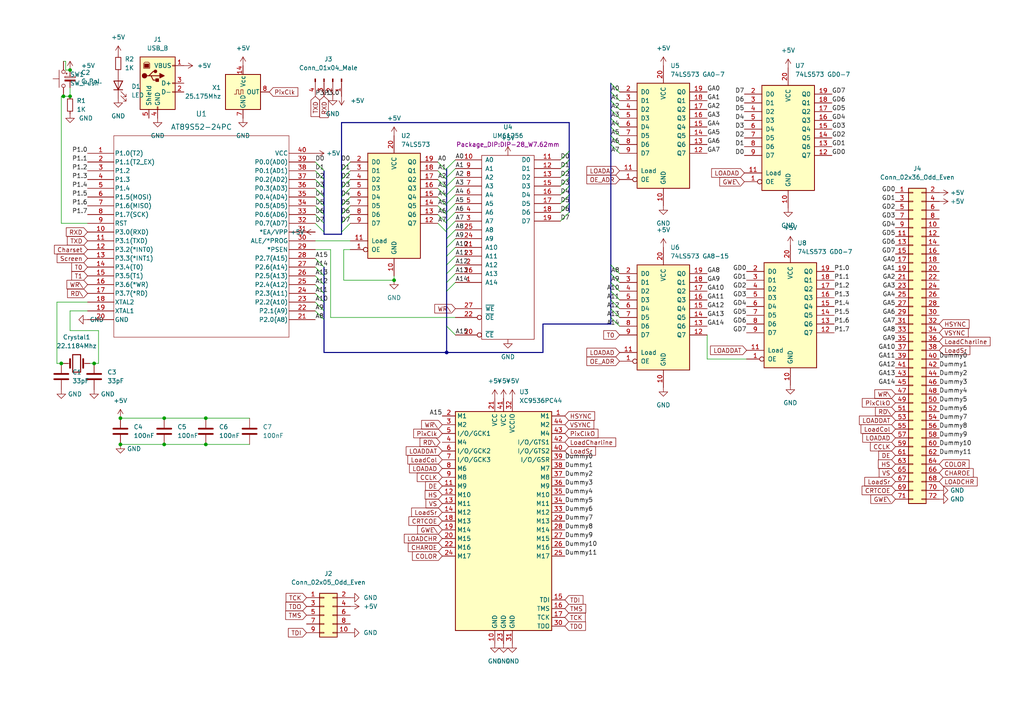
<source format=kicad_sch>
(kicad_sch (version 20211123) (generator eeschema)
  (paper "A4")
  (junction (at 17.78 105.41))
  (junction (at 129.54 102.235))
  (junction (at 20.32 20.32))
  (junction (at 47.625 121.285))
  (junction (at 34.925 121.285))
  (junction (at 47.625 128.905))
  (junction (at 34.925 128.905))
  (junction (at 114.3 81.28))
  (junction (at 59.69 121.285))
  (junction (at 27.305 105.41))
  (junction (at 59.69 128.905))
  (junction (at 18.415 27.94))
  (junction (at 20.32 27.94))
  (bus_entry (at 162.56 59.055) (size 2.54 -2.54))
  (bus_entry (at 91.44 49.53) (size 2.54 2.54))
  (bus_entry (at 177.165 41.91) (size 2.54 2.54))
  (bus_entry (at 99.06 64.77) (size 2.54 -2.54))
  (bus_entry (at 91.44 82.55) (size 2.54 2.54))
  (bus_entry (at 91.44 85.09) (size 2.54 2.54))
  (bus_entry (at 91.44 46.99) (size 2.54 2.54))
  (bus_entry (at 177.165 76.835) (size 2.54 2.54))
  (bus_entry (at 127 64.77) (size 2.54 2.54))
  (bus_entry (at 132.08 53.975) (size -2.54 2.54))
  (bus_entry (at 129.54 66.675) (size 2.54 -2.54))
  (bus_entry (at 99.06 59.69) (size 2.54 -2.54))
  (bus_entry (at 177.165 39.37) (size 2.54 2.54))
  (bus_entry (at 99.06 52.07) (size 2.54 -2.54))
  (bus_entry (at 162.56 64.135) (size 2.54 -2.54))
  (bus_entry (at 177.165 89.535) (size 2.54 2.54))
  (bus_entry (at 177.165 92.075) (size 2.54 2.54))
  (bus_entry (at 91.44 77.47) (size 2.54 2.54))
  (bus_entry (at 177.165 29.21) (size 2.54 2.54))
  (bus_entry (at 129.54 94.615) (size 2.54 2.54))
  (bus_entry (at 132.08 56.515) (size -2.54 2.54))
  (bus_entry (at 127 57.15) (size 2.54 2.54))
  (bus_entry (at 127 54.61) (size 2.54 2.54))
  (bus_entry (at 91.44 64.77) (size 2.54 2.54))
  (bus_entry (at 129.54 84.455) (size 2.54 -2.54))
  (bus_entry (at 91.44 62.23) (size 2.54 2.54))
  (bus_entry (at 129.54 79.375) (size 2.54 -2.54))
  (bus_entry (at 99.06 57.15) (size 2.54 -2.54))
  (bus_entry (at 177.165 31.75) (size 2.54 2.54))
  (bus_entry (at 132.08 46.355) (size -2.54 2.54))
  (bus_entry (at 127 62.23) (size 2.54 2.54))
  (bus_entry (at 162.56 48.895) (size 2.54 -2.54))
  (bus_entry (at 177.165 24.13) (size 2.54 2.54))
  (bus_entry (at 129.54 64.135) (size 2.54 -2.54))
  (bus_entry (at 91.44 59.69) (size 2.54 2.54))
  (bus_entry (at 127 52.07) (size 2.54 2.54))
  (bus_entry (at 127 46.99) (size 2.54 2.54))
  (bus_entry (at 91.44 90.17) (size 2.54 2.54))
  (bus_entry (at 99.06 67.31) (size 2.54 -2.54))
  (bus_entry (at 129.54 81.915) (size 2.54 -2.54))
  (bus_entry (at 91.44 52.07) (size 2.54 2.54))
  (bus_entry (at 177.165 34.29) (size 2.54 2.54))
  (bus_entry (at 132.08 51.435) (size -2.54 2.54))
  (bus_entry (at 177.165 79.375) (size 2.54 2.54))
  (bus_entry (at 177.165 86.995) (size 2.54 2.54))
  (bus_entry (at 99.06 54.61) (size 2.54 -2.54))
  (bus_entry (at 177.165 36.83) (size 2.54 2.54))
  (bus_entry (at 177.165 81.915) (size 2.54 2.54))
  (bus_entry (at 132.08 59.055) (size -2.54 2.54))
  (bus_entry (at 129.54 76.835) (size 2.54 -2.54))
  (bus_entry (at 127 59.69) (size 2.54 2.54))
  (bus_entry (at 129.54 69.215) (size 2.54 -2.54))
  (bus_entry (at 162.56 61.595) (size 2.54 -2.54))
  (bus_entry (at 91.44 80.01) (size 2.54 2.54))
  (bus_entry (at 91.44 54.61) (size 2.54 2.54))
  (bus_entry (at 177.165 26.67) (size 2.54 2.54))
  (bus_entry (at 162.56 53.975) (size 2.54 -2.54))
  (bus_entry (at 127 49.53) (size 2.54 2.54))
  (bus_entry (at 162.56 51.435) (size 2.54 -2.54))
  (bus_entry (at 91.44 57.15) (size 2.54 2.54))
  (bus_entry (at 132.08 48.895) (size -2.54 2.54))
  (bus_entry (at 91.44 74.93) (size 2.54 2.54))
  (bus_entry (at 129.54 74.295) (size 2.54 -2.54))
  (bus_entry (at 99.06 49.53) (size 2.54 -2.54))
  (bus_entry (at 177.165 84.455) (size 2.54 2.54))
  (bus_entry (at 129.54 71.755) (size 2.54 -2.54))
  (bus_entry (at 99.06 62.23) (size 2.54 -2.54))
  (bus_entry (at 91.44 87.63) (size 2.54 2.54))
  (bus_entry (at 162.56 46.355) (size 2.54 -2.54))
  (bus_entry (at 162.56 56.515) (size 2.54 -2.54))
  (wire (pts (xy 47.625 128.905) (xy 59.69 128.905)))
  (wire (pts (xy 19.05 17.78) (xy 19.05 20.32)))
  (bus (pts (xy 177.165 84.455) (xy 177.165 86.995)))
  (bus (pts (xy 177.165 76.835) (xy 177.165 79.375)))
  (wire (pts (xy 17.78 27.94) (xy 17.78 64.77)))
  (wire (pts (xy 17.78 105.41) (xy 18.415 105.41)))
  (wire (pts (xy 17.78 27.94) (xy 18.415 27.94)))
  (bus (pts (xy 93.98 62.23) (xy 93.98 64.77)))
  (wire (pts (xy 20.32 95.885) (xy 28.575 95.885)))
  (bus (pts (xy 93.98 85.09) (xy 93.98 87.63)))
  (wire (pts (xy 34.925 128.905) (xy 47.625 128.905)))
  (bus (pts (xy 129.54 67.31) (xy 129.54 69.215)))
  (bus (pts (xy 129.54 71.755) (xy 129.54 74.295)))
  (bus (pts (xy 177.165 89.535) (xy 177.165 92.075)))
  (bus (pts (xy 129.54 66.675) (xy 129.54 67.31)))
  (bus (pts (xy 177.165 41.91) (xy 177.165 76.835)))
  (bus (pts (xy 177.165 31.75) (xy 177.165 34.29)))
  (bus (pts (xy 157.48 102.235) (xy 157.48 93.98)))
  (bus (pts (xy 129.54 69.215) (xy 129.54 71.755)))
  (wire (pts (xy 59.69 121.285) (xy 72.39 121.285)))
  (wire (pts (xy 20.32 90.17) (xy 20.32 95.885)))
  (bus (pts (xy 93.98 87.63) (xy 93.98 90.17)))
  (bus (pts (xy 165.1 46.355) (xy 165.1 48.895)))
  (wire (pts (xy 99.695 72.39) (xy 99.695 81.28)))
  (bus (pts (xy 93.98 64.77) (xy 93.98 67.31)))
  (bus (pts (xy 93.98 52.07) (xy 93.98 54.61)))
  (bus (pts (xy 93.98 90.17) (xy 93.98 92.71)))
  (bus (pts (xy 129.54 62.23) (xy 129.54 64.135)))
  (wire (pts (xy 25.4 64.77) (xy 17.78 64.77)))
  (bus (pts (xy 165.1 59.055) (xy 165.1 61.595)))
  (bus (pts (xy 99.06 52.07) (xy 99.06 54.61)))
  (wire (pts (xy 91.44 69.85) (xy 101.6 69.85)))
  (bus (pts (xy 129.54 59.69) (xy 129.54 61.595)))
  (wire (pts (xy 16.51 87.63) (xy 16.51 105.41)))
  (wire (pts (xy 25.4 87.63) (xy 16.51 87.63)))
  (bus (pts (xy 129.54 54.61) (xy 129.54 56.515)))
  (bus (pts (xy 129.54 102.235) (xy 157.48 102.235)))
  (bus (pts (xy 177.165 81.915) (xy 177.165 84.455)))
  (bus (pts (xy 129.54 48.895) (xy 129.54 49.53)))
  (bus (pts (xy 177.165 92.075) (xy 177.165 93.98)))
  (bus (pts (xy 157.48 93.98) (xy 177.165 93.98)))
  (wire (pts (xy 25.4 90.17) (xy 20.32 90.17)))
  (bus (pts (xy 177.165 86.995) (xy 177.165 89.535)))
  (wire (pts (xy 20.32 27.94) (xy 20.32 25.4)))
  (bus (pts (xy 99.06 67.31) (xy 99.06 67.945)))
  (bus (pts (xy 93.98 92.71) (xy 93.98 102.235)))
  (bus (pts (xy 177.165 79.375) (xy 177.165 81.915)))
  (bus (pts (xy 99.06 64.77) (xy 99.06 67.31)))
  (bus (pts (xy 129.54 61.595) (xy 129.54 62.23)))
  (bus (pts (xy 177.165 26.67) (xy 177.165 29.21)))
  (bus (pts (xy 99.06 35.56) (xy 165.1 35.56)))
  (bus (pts (xy 93.98 49.53) (xy 93.98 52.07)))
  (bus (pts (xy 99.06 54.61) (xy 99.06 57.15)))
  (bus (pts (xy 93.98 77.47) (xy 93.98 80.01)))
  (wire (pts (xy 99.695 81.28) (xy 114.3 81.28)))
  (bus (pts (xy 129.54 84.455) (xy 129.54 94.615)))
  (wire (pts (xy 19.05 20.32) (xy 20.32 20.32)))
  (wire (pts (xy 205.105 97.155) (xy 205.105 104.14)))
  (bus (pts (xy 177.165 39.37) (xy 177.165 41.91)))
  (bus (pts (xy 129.54 56.515) (xy 129.54 57.15)))
  (bus (pts (xy 177.165 34.29) (xy 177.165 36.83)))
  (bus (pts (xy 129.54 52.07) (xy 129.54 53.975)))
  (bus (pts (xy 93.98 59.69) (xy 93.98 62.23)))
  (wire (pts (xy 18.415 27.94) (xy 20.32 27.94)))
  (bus (pts (xy 129.54 79.375) (xy 129.54 81.915)))
  (bus (pts (xy 129.54 64.135) (xy 129.54 64.77)))
  (wire (pts (xy 59.69 128.905) (xy 72.39 128.905)))
  (bus (pts (xy 99.06 59.69) (xy 99.06 62.23)))
  (bus (pts (xy 99.06 62.23) (xy 99.06 64.77)))
  (bus (pts (xy 129.54 53.975) (xy 129.54 54.61)))
  (wire (pts (xy 114.3 81.28) (xy 114.3 80.01)))
  (bus (pts (xy 93.98 82.55) (xy 93.98 85.09)))
  (wire (pts (xy 205.105 104.14) (xy 216.535 104.14)))
  (bus (pts (xy 129.54 57.15) (xy 129.54 59.055)))
  (bus (pts (xy 165.1 35.56) (xy 165.1 43.815)))
  (bus (pts (xy 93.98 67.945) (xy 99.06 67.945)))
  (bus (pts (xy 129.54 64.77) (xy 129.54 66.675)))
  (bus (pts (xy 99.06 49.53) (xy 99.06 52.07)))
  (bus (pts (xy 165.1 56.515) (xy 165.1 59.055)))
  (bus (pts (xy 129.54 59.055) (xy 129.54 59.69)))
  (wire (pts (xy 16.51 105.41) (xy 17.78 105.41)))
  (bus (pts (xy 93.98 57.15) (xy 93.98 59.69)))
  (bus (pts (xy 165.1 43.815) (xy 165.1 46.355)))
  (bus (pts (xy 177.165 24.13) (xy 177.165 26.67)))
  (wire (pts (xy 28.575 95.885) (xy 28.575 105.41)))
  (wire (pts (xy 101.6 72.39) (xy 99.695 72.39)))
  (bus (pts (xy 93.98 102.235) (xy 129.54 102.235)))
  (bus (pts (xy 165.1 48.895) (xy 165.1 51.435)))
  (bus (pts (xy 129.54 49.53) (xy 129.54 51.435)))
  (bus (pts (xy 129.54 81.915) (xy 129.54 84.455)))
  (wire (pts (xy 95.885 92.075) (xy 132.08 92.075)))
  (bus (pts (xy 129.54 94.615) (xy 129.54 102.235)))
  (wire (pts (xy 18.415 17.78) (xy 19.05 17.78)))
  (bus (pts (xy 93.98 67.31) (xy 93.98 67.945)))
  (wire (pts (xy 91.44 72.39) (xy 95.885 72.39)))
  (wire (pts (xy 95.885 72.39) (xy 95.885 92.075)))
  (wire (pts (xy 27.305 105.41) (xy 26.035 105.41)))
  (bus (pts (xy 129.54 76.835) (xy 129.54 79.375)))
  (bus (pts (xy 99.06 49.53) (xy 99.06 35.56)))
  (bus (pts (xy 93.98 80.01) (xy 93.98 82.55)))
  (wire (pts (xy 34.925 121.285) (xy 47.625 121.285)))
  (bus (pts (xy 93.98 54.61) (xy 93.98 57.15)))
  (wire (pts (xy 47.625 121.285) (xy 59.69 121.285)))
  (bus (pts (xy 177.165 29.21) (xy 177.165 31.75)))
  (wire (pts (xy 28.575 105.41) (xy 27.305 105.41)))
  (bus (pts (xy 165.1 51.435) (xy 165.1 53.975)))
  (bus (pts (xy 165.1 53.975) (xy 165.1 56.515)))
  (bus (pts (xy 129.54 51.435) (xy 129.54 52.07)))
  (bus (pts (xy 177.165 36.83) (xy 177.165 39.37)))
  (bus (pts (xy 129.54 74.295) (xy 129.54 76.835)))
  (bus (pts (xy 99.06 57.15) (xy 99.06 59.69)))
  (label "GD0" (at 216.535 78.74 180))
  (label "D4" (at 91.44 57.15 0))
  (label "Dummy8" (at 163.83 153.67 0))
  (label "A14" (at 132.08 81.915 0))
  (label "D7" (at 215.9 27.305 180))
  (label "Dummy2" (at 163.83 138.43 0))
  (label "GA13" (at 259.715 109.22 180))
  (label "GD5" (at 216.535 91.44 180))
  (label "Dummy9" (at 272.415 127 0))
  (label "D7" (at 162.56 64.135 0))
  (label "A4" (at 132.08 56.515 0))
  (label "GA2" (at 205.105 31.75 0))
  (label "A10" (at 91.44 87.63 0))
  (label "A6" (at 127 62.23 0))
  (label "Dummy1" (at 272.415 106.68 0))
  (label "P1.0" (at 25.4 44.45 180))
  (label "GA12" (at 205.105 89.535 0))
  (label "A4" (at 127 57.15 0))
  (label "A7" (at 127 64.77 0))
  (label "GD0" (at 259.715 55.88 180))
  (label "GA11" (at 205.105 86.995 0))
  (label "P1.6" (at 241.935 93.98 0))
  (label "A5" (at 127 59.69 0))
  (label "A15" (at 91.44 74.93 0))
  (label "D4" (at 215.9 34.925 180))
  (label "GA5" (at 205.105 39.37 0))
  (label "GA9" (at 259.715 99.06 180))
  (label "P1.1" (at 241.935 81.28 0))
  (label "D0" (at 215.9 45.085 180))
  (label "A14" (at 91.44 77.47 0))
  (label "P1.4" (at 25.4 54.61 180))
  (label "D1" (at 91.44 49.53 0))
  (label "P1.3" (at 25.4 52.07 180))
  (label "GD6" (at 241.3 29.845 0))
  (label "Dummy5" (at 163.83 146.05 0))
  (label "GA8" (at 205.105 79.375 0))
  (label "GA14" (at 259.715 111.76 180))
  (label "D3" (at 215.9 37.465 180))
  (label "GA5" (at 259.715 88.9 180))
  (label "Dummy2" (at 272.415 109.22 0))
  (label "D1" (at 162.56 48.895 0))
  (label "D3" (at 162.56 53.975 0))
  (label "P3.1" (at 91.44 27.94 0))
  (label "Dummy8" (at 272.415 124.46 0))
  (label "P1.5" (at 25.4 57.15 180))
  (label "Dummy1" (at 163.83 135.89 0))
  (label "A12" (at 132.08 76.835 0))
  (label "Dummy7" (at 272.415 121.92 0))
  (label "A3" (at 132.08 53.975 0))
  (label "A9" (at 132.08 69.215 0))
  (label "P1.6" (at 25.4 59.69 180))
  (label "Dummy10" (at 163.83 158.75 0))
  (label "GD5" (at 241.3 32.385 0))
  (label "GA1" (at 205.105 29.21 0))
  (label "GD6" (at 216.535 93.98 180))
  (label "GA9" (at 205.105 81.915 0))
  (label "P1.2" (at 241.935 83.82 0))
  (label "A5" (at 132.08 59.055 0))
  (label "A2" (at 127 52.07 0))
  (label "A11" (at 179.705 86.995 180))
  (label "A4" (at 179.705 36.83 180))
  (label "A7" (at 132.08 64.135 0))
  (label "A9" (at 179.705 81.915 180))
  (label "A0" (at 132.08 46.355 0))
  (label "GA7" (at 259.715 93.98 180))
  (label "A0" (at 179.705 26.67 180))
  (label "D5" (at 101.6 59.69 180))
  (label "A12" (at 179.705 89.535 180))
  (label "D7" (at 91.44 64.77 0))
  (label "Dummy0" (at 272.415 104.14 0))
  (label "A10" (at 132.08 71.755 0))
  (label "A11" (at 91.44 85.09 0))
  (label "GD3" (at 259.715 63.5 180))
  (label "Dummy3" (at 163.83 140.97 0))
  (label "GD3" (at 216.535 86.36 180))
  (label "P1.2" (at 25.4 49.53 180))
  (label "GD4" (at 259.715 66.04 180))
  (label "A6" (at 179.705 41.91 180))
  (label "GD1" (at 241.3 42.545 0))
  (label "GA2" (at 259.715 81.28 180))
  (label "D5" (at 215.9 32.385 180))
  (label "A2" (at 132.08 51.435 0))
  (label "D5" (at 162.56 59.055 0))
  (label "D7" (at 101.6 64.77 180))
  (label "GA12" (at 259.715 106.68 180))
  (label "GA3" (at 259.715 83.82 180))
  (label "D4" (at 162.56 56.515 0))
  (label "GD0" (at 241.3 45.085 0))
  (label "A10" (at 179.705 84.455 180))
  (label "Dummy11" (at 163.83 161.29 0))
  (label "GD1" (at 259.715 58.42 180))
  (label "GD7" (at 259.715 73.66 180))
  (label "D0" (at 162.56 46.355 0))
  (label "A2" (at 179.705 31.75 180))
  (label "Dummy7" (at 163.83 151.13 0))
  (label "D6" (at 101.6 62.23 180))
  (label "D2" (at 215.9 40.005 180))
  (label "D0" (at 101.6 46.99 180))
  (label "Dummy3" (at 272.415 111.76 0))
  (label "A11" (at 132.08 74.295 0))
  (label "P1.7" (at 25.4 62.23 180))
  (label "A13" (at 91.44 80.01 0))
  (label "A1" (at 179.705 29.21 180))
  (label "A6" (at 132.08 61.595 0))
  (label "A7" (at 179.705 44.45 180))
  (label "D6" (at 91.44 62.23 0))
  (label "D4" (at 101.6 57.15 180))
  (label "D2" (at 162.56 51.435 0))
  (label "A8" (at 91.44 92.71 0))
  (label "GD2" (at 216.535 83.82 180))
  (label "P3.0" (at 93.98 27.94 0))
  (label "GD5" (at 259.715 68.58 180))
  (label "Dummy4" (at 163.83 143.51 0))
  (label "GA11" (at 259.715 104.14 180))
  (label "GA4" (at 259.715 86.36 180))
  (label "A15" (at 132.08 97.155 0))
  (label "GD2" (at 241.3 40.005 0))
  (label "GA8" (at 259.715 96.52 180))
  (label "A15" (at 128.27 120.65 180))
  (label "GD4" (at 216.535 88.9 180))
  (label "A8" (at 179.705 79.375 180))
  (label "GD7" (at 241.3 27.305 0))
  (label "GA10" (at 259.715 101.6 180))
  (label "GA6" (at 205.105 41.91 0))
  (label "A3" (at 179.705 34.29 180))
  (label "Dummy0" (at 163.83 133.35 0))
  (label "Dummy11" (at 272.415 132.08 0))
  (label "GA4" (at 205.105 36.83 0))
  (label "GA14" (at 205.105 94.615 0))
  (label "GD1" (at 216.535 81.28 180))
  (label "A0" (at 127 46.99 0))
  (label "GD7" (at 216.535 96.52 180))
  (label "A14" (at 179.705 94.615 180))
  (label "GA1" (at 259.715 78.74 180))
  (label "Dummy6" (at 163.83 148.59 0))
  (label "P1.3" (at 241.935 86.36 0))
  (label "GD3" (at 241.3 37.465 0))
  (label "A13" (at 132.08 79.375 0))
  (label "D3" (at 101.6 54.61 180))
  (label "D1" (at 215.9 42.545 180))
  (label "D2" (at 91.44 52.07 0))
  (label "A13" (at 179.705 92.075 180))
  (label "D3" (at 91.44 54.61 0))
  (label "GA0" (at 205.105 26.67 0))
  (label "Dummy10" (at 272.415 129.54 0))
  (label "A12" (at 91.44 82.55 0))
  (label "D0" (at 91.44 46.99 0))
  (label "P1.5" (at 241.935 91.44 0))
  (label "Dummy9" (at 163.83 156.21 0))
  (label "A3" (at 127 54.61 0))
  (label "GD2" (at 259.715 60.96 180))
  (label "P1.4" (at 241.935 88.9 0))
  (label "P1.0" (at 241.935 78.74 0))
  (label "Dummy5" (at 272.415 116.84 0))
  (label "GD6" (at 259.715 71.12 180))
  (label "Dummy6" (at 272.415 119.38 0))
  (label "D6" (at 162.56 61.595 0))
  (label "GA7" (at 205.105 44.45 0))
  (label "P1.7" (at 241.935 96.52 0))
  (label "A5" (at 179.705 39.37 180))
  (label "D2" (at 101.6 52.07 180))
  (label "A1" (at 127 49.53 0))
  (label "D1" (at 101.6 49.53 180))
  (label "GA6" (at 259.715 91.44 180))
  (label "GA13" (at 205.105 92.075 0))
  (label "GA0" (at 259.715 76.2 180))
  (label "A8" (at 132.08 66.675 0))
  (label "P1.1" (at 25.4 46.99 180))
  (label "GD4" (at 241.3 34.925 0))
  (label "A1" (at 132.08 48.895 0))
  (label "GA10" (at 205.105 84.455 0))
  (label "GA3" (at 205.105 34.29 0))
  (label "D5" (at 91.44 59.69 0))
  (label "D6" (at 215.9 29.845 180))
  (label "Dummy4" (at 272.415 114.3 0))
  (label "A9" (at 91.44 90.17 0))
  (global_label "T0" (shape input) (at 25.4 77.47 180) (property "Intersheet References" "${INTERSHEET_REFS}" (effects hide)))
  (global_label "RXD" (shape input) (at 25.4 67.31 180) (property "Intersheet References" "${INTERSHEET_REFS}" (effects hide)))
  (global_label "PixClk" (shape input) (at 78.105 26.67 0) (property "Intersheet References" "${INTERSHEET_REFS}" (effects hide)))
  (global_label "T1" (shape input) (at 25.4 80.01 180) (property "Intersheet References" "${INTERSHEET_REFS}" (effects hide)))
  (global_label "TDO" (shape input) (at 163.83 181.61 0) (property "Intersheet References" "${INTERSHEET_REFS}" (effects hide)))
  (global_label "CCLK" (shape input) (at 128.27 138.43 180) (property "Intersheet References" "${INTERSHEET_REFS}" (effects hide)))
  (global_label "OE_ADR" (shape input) (at 179.705 52.07 180) (property "Intersheet References" "${INTERSHEET_REFS}" (effects hide)))
  (global_label "Screen" (shape input) (at 25.4 74.93 180) (property "Intersheet References" "${INTERSHEET_REFS}" (effects hide)))
  (global_label "RD\\" (shape input) (at 127.635 128.27 180) (property "Intersheet References" "${INTERSHEET_REFS}" (effects hide)))
  (global_label "TMS" (shape input) (at 163.83 176.53 0) (property "Intersheet References" "${INTERSHEET_REFS}" (effects hide)))
  (global_label "PixClkO" (shape input) (at 163.83 125.73 0) (property "Intersheet References" "${INTERSHEET_REFS}" (effects hide)))
  (global_label "LoadSr" (shape input) (at 259.715 139.7 180) (property "Intersheet References" "${INTERSHEET_REFS}" (effects hide)))
  (global_label "DE" (shape input) (at 128.27 140.97 180) (property "Intersheet References" "${INTERSHEET_REFS}" (effects hide)))
  (global_label "WR\\" (shape input) (at 259.715 114.3 180) (property "Intersheet References" "${INTERSHEET_REFS}" (effects hide)))
  (global_label "CRTCOE" (shape input) (at 259.715 142.24 180) (property "Intersheet References" "${INTERSHEET_REFS}" (effects hide)))
  (global_label "WR\\" (shape input) (at 25.4 82.55 180) (property "Intersheet References" "${INTERSHEET_REFS}" (effects hide)))
  (global_label "VSYNC" (shape input) (at 272.415 96.52 0) (property "Intersheet References" "${INTERSHEET_REFS}" (effects hide)))
  (global_label "GWE\\" (shape input) (at 128.27 153.67 180) (property "Intersheet References" "${INTERSHEET_REFS}" (effects hide)))
  (global_label "TMS" (shape input) (at 88.9 178.435 180) (property "Intersheet References" "${INTERSHEET_REFS}" (effects hide)))
  (global_label "COLOR" (shape input) (at 128.27 161.29 180) (property "Intersheet References" "${INTERSHEET_REFS}" (effects hide)))
  (global_label "DE" (shape input) (at 259.715 132.08 180) (property "Intersheet References" "${INTERSHEET_REFS}" (effects hide)))
  (global_label "LoadCharline" (shape input) (at 163.83 128.27 0) (property "Intersheet References" "${INTERSHEET_REFS}" (effects hide)))
  (global_label "TDI" (shape input) (at 88.9 183.515 180) (property "Intersheet References" "${INTERSHEET_REFS}" (effects hide)))
  (global_label "LOADAD" (shape input) (at 179.705 102.235 180) (property "Intersheet References" "${INTERSHEET_REFS}" (effects hide)))
  (global_label "RXD" (shape input) (at 93.98 27.94 270) (property "Intersheet References" "${INTERSHEET_REFS}" (effects hide)))
  (global_label "LoadSr" (shape input) (at 163.83 130.81 0) (property "Intersheet References" "${INTERSHEET_REFS}" (effects hide)))
  (global_label "HS" (shape input) (at 128.27 143.51 180) (property "Intersheet References" "${INTERSHEET_REFS}" (effects hide)))
  (global_label "TXD" (shape input) (at 25.4 69.85 180) (property "Intersheet References" "${INTERSHEET_REFS}" (effects hide)))
  (global_label "LOADAD" (shape input) (at 215.9 50.165 180) (property "Intersheet References" "${INTERSHEET_REFS}" (effects hide)))
  (global_label "RD\\" (shape input) (at 25.4 85.09 180) (property "Intersheet References" "${INTERSHEET_REFS}" (effects hide)))
  (global_label "HS" (shape input) (at 259.715 134.62 180) (property "Intersheet References" "${INTERSHEET_REFS}" (effects hide)))
  (global_label "GWE\\" (shape input) (at 259.715 144.78 180) (property "Intersheet References" "${INTERSHEET_REFS}" (effects hide)))
  (global_label "LoadCharline" (shape input) (at 272.415 99.06 0) (property "Intersheet References" "${INTERSHEET_REFS}" (effects hide)))
  (global_label "WR\\" (shape input) (at 128.27 123.19 180) (property "Intersheet References" "${INTERSHEET_REFS}" (effects hide)))
  (global_label "Charset" (shape input) (at 25.4 72.39 180) (property "Intersheet References" "${INTERSHEET_REFS}" (effects hide)))
  (global_label "CCLK" (shape input) (at 259.715 129.54 180) (property "Intersheet References" "${INTERSHEET_REFS}" (effects hide)))
  (global_label "LoadCol" (shape input) (at 128.27 133.35 180) (property "Intersheet References" "${INTERSHEET_REFS}" (effects hide)))
  (global_label "LoadSr" (shape input) (at 128.27 148.59 180) (property "Intersheet References" "${INTERSHEET_REFS}" (effects hide)))
  (global_label "LOADDAT" (shape input) (at 216.535 101.6 180) (property "Intersheet References" "${INTERSHEET_REFS}" (effects hide)))
  (global_label "TDO" (shape input) (at 88.9 175.895 180) (property "Intersheet References" "${INTERSHEET_REFS}" (effects hide)))
  (global_label "LOADCHR" (shape input) (at 128.27 156.21 180) (property "Intersheet References" "${INTERSHEET_REFS}" (effects hide)))
  (global_label "PixClk" (shape input) (at 128.27 125.73 180) (property "Intersheet References" "${INTERSHEET_REFS}" (effects hide)))
  (global_label "LoadSr" (shape input) (at 272.415 101.6 0) (property "Intersheet References" "${INTERSHEET_REFS}" (effects hide)))
  (global_label "LOADDAT" (shape input) (at 259.715 121.92 180) (property "Intersheet References" "${INTERSHEET_REFS}" (effects hide)))
  (global_label "OE_ADR" (shape input) (at 179.705 104.775 180) (property "Intersheet References" "${INTERSHEET_REFS}" (effects hide)))
  (global_label "LOADAD" (shape input) (at 259.715 127 180) (property "Intersheet References" "${INTERSHEET_REFS}" (effects hide)))
  (global_label "LOADAD" (shape input) (at 179.705 49.53 180) (property "Intersheet References" "${INTERSHEET_REFS}" (effects hide)))
  (global_label "TCK" (shape input) (at 88.9 173.355 180) (property "Intersheet References" "${INTERSHEET_REFS}" (effects hide)))
  (global_label "TDI" (shape input) (at 163.83 173.99 0) (property "Intersheet References" "${INTERSHEET_REFS}" (effects hide)))
  (global_label "HSYNC" (shape input) (at 272.415 93.98 0) (property "Intersheet References" "${INTERSHEET_REFS}" (effects hide)))
  (global_label "CHAROE" (shape input) (at 128.27 158.75 180) (property "Intersheet References" "${INTERSHEET_REFS}" (effects hide)))
  (global_label "VSYNC" (shape input) (at 163.83 123.19 0) (property "Intersheet References" "${INTERSHEET_REFS}" (effects hide)))
  (global_label "VS" (shape input) (at 259.715 137.16 180) (property "Intersheet References" "${INTERSHEET_REFS}" (effects hide)))
  (global_label "PixClkO" (shape input) (at 259.715 116.84 180) (property "Intersheet References" "${INTERSHEET_REFS}" (effects hide)))
  (global_label "CRTCOE" (shape input) (at 128.27 151.13 180) (property "Intersheet References" "${INTERSHEET_REFS}" (effects hide)))
  (global_label "TCK" (shape input) (at 163.83 179.07 0) (property "Intersheet References" "${INTERSHEET_REFS}" (effects hide)))
  (global_label "LOADCHR" (shape input) (at 272.415 139.7 0) (property "Intersheet References" "${INTERSHEET_REFS}" (effects hide)))
  (global_label "VS" (shape input) (at 128.27 146.05 180) (property "Intersheet References" "${INTERSHEET_REFS}" (effects hide)))
  (global_label "COLOR" (shape input) (at 272.415 134.62 0) (property "Intersheet References" "${INTERSHEET_REFS}" (effects hide)))
  (global_label "TXD" (shape input) (at 91.44 27.94 270) (property "Intersheet References" "${INTERSHEET_REFS}" (effects hide)))
  (global_label "WR\\" (shape input) (at 132.08 89.535 180) (property "Intersheet References" "${INTERSHEET_REFS}" (effects hide)))
  (global_label "LOADDAT" (shape input) (at 128.27 130.81 180) (property "Intersheet References" "${INTERSHEET_REFS}" (effects hide)))
  (global_label "T0" (shape input) (at 179.705 97.155 180) (property "Intersheet References" "${INTERSHEET_REFS}" (effects hide)))
  (global_label "RD\\" (shape input) (at 259.715 119.38 180) (property "Intersheet References" "${INTERSHEET_REFS}" (effects hide)))
  (global_label "LoadCol" (shape input) (at 259.715 124.46 180) (property "Intersheet References" "${INTERSHEET_REFS}" (effects hide)))
  (global_label "GWE\\" (shape input) (at 215.9 52.705 180) (property "Intersheet References" "${INTERSHEET_REFS}" (effects hide)))
  (global_label "LOADAD" (shape input) (at 128.27 135.89 180) (property "Intersheet References" "${INTERSHEET_REFS}" (effects hide)))
  (global_label "CHAROE" (shape input) (at 272.415 137.16 0) (property "Intersheet References" "${INTERSHEET_REFS}" (effects hide)))
  (global_label "HSYNC" (shape input) (at 163.83 120.65 0) (property "Intersheet References" "${INTERSHEET_REFS}" (effects hide)))
  (symbol (lib_id "Device:C") (at 47.625 125.095 0) (unit 1)
    (property "Reference" "C5" (at 51.435 123.8249 0) (effects (justify left)))
    (property "Value" "100nF" (at 51.435 126.3649 0) (effects (justify left)))
    (property "Footprint" "Connector_PinHeader_2.54mm:PinHeader_1x02_P2.54mm_Vertical" (effects hide))
  )
  (symbol (lib_id "power:GND") (at 143.51 186.69 0) (unit 1)
    (property "Reference" "#PWR024" (effects hide))
    (property "Value" "GND" (at 143.51 191.77 0))
  )
  (symbol (lib_id "Device:C") (at 27.305 109.22 0) (unit 1)
    (property "Reference" "C3" (at 31.115 107.9499 0) (effects (justify left)))
    (property "Value" "33pF" (at 31.115 110.4899 0) (effects (justify left)))
    (property "Footprint" "Connector_PinHeader_2.54mm:PinHeader_1x02_P2.54mm_Vertical" (effects hide))
  )
  (symbol (lib_id "74xx:74LS573") (at 228.6 40.005 0) (unit 1)
    (property "Reference" "U7" (at 230.6194 19.05 0) (effects (justify left)))
    (property "Value" "74LS573 GD0-7" (at 230.6194 21.59 0) (effects (justify left)))
    (property "Footprint" "Package_DIP:DIP-20_W7.62mm" (effects hide))
    (property "Datasheet" "74xx/74hc573.pdf" (effects hide))
  )
  (symbol (lib_id "Device:C") (at 17.78 109.22 0) (unit 1)
    (property "Reference" "C1" (at 20.955 107.9499 0) (effects (justify left)))
    (property "Value" "33pF" (at 20.955 110.4899 0) (effects (justify left)))
    (property "Footprint" "Connector_PinHeader_2.54mm:PinHeader_1x02_P2.54mm_Vertical" (effects hide))
  )
  (symbol (lib_id "power:GND") (at 34.925 128.905 0) (unit 1)
    (property "Reference" "#PWR09" (effects hide))
    (property "Value" "GND" (at 36.83 130.1749 0) (effects (justify left)))
  )
  (symbol (lib_id "power:+5V") (at 192.405 71.755 0) (unit 1)
    (property "Reference" "#PWR033" (effects hide))
    (property "Value" "+5V" (at 192.405 66.675 0))
  )
  (symbol (lib_id "power:GND") (at 272.415 142.24 90) (unit 1)
    (property "Reference" "#PWR041" (effects hide))
    (property "Value" "GND" (at 275.59 142.2399 90) (effects (justify right)))
  )
  (symbol (lib_id "power:+5V") (at 272.415 55.88 270) (unit 1)
    (property "Reference" "#PWR039" (effects hide))
    (property "Value" "+5V" (at 275.59 55.8799 90) (effects (justify left)))
  )
  (symbol (lib_id "power:+5V") (at 229.235 71.12 0) (unit 1)
    (property "Reference" "#PWR037" (effects hide))
    (property "Value" "+5V" (at 229.235 66.04 0))
  )
  (symbol (lib_id "power:GND") (at 148.59 186.69 0) (unit 1)
    (property "Reference" "#PWR030" (effects hide))
    (property "Value" "GND" (at 148.59 191.77 0))
  )
  (symbol (lib_id "power:+5V") (at 101.6 175.895 270) (unit 1)
    (property "Reference" "#PWR019" (effects hide))
    (property "Value" "+5V" (at 105.41 175.8949 90) (effects (justify left)))
  )
  (symbol (lib_id "power:GND") (at 25.4 92.71 270) (unit 1)
    (property "Reference" "#PWR04" (effects hide))
    (property "Value" "GND" (at 26.035 92.7099 90) (effects (justify left)))
  )
  (symbol (lib_id "74xx:74LS573") (at 192.405 39.37 0) (unit 1)
    (property "Reference" "U5" (at 194.4244 19.05 0) (effects (justify left)))
    (property "Value" "74LS573 GA0-7" (at 194.4244 21.59 0) (effects (justify left)))
    (property "Footprint" "Package_DIP:DIP-20_W7.62mm" (effects hide))
    (property "Datasheet" "74xx/74hc573.pdf" (effects hide))
  )
  (symbol (lib_id "power:GND") (at 45.72 34.29 0) (unit 1)
    (property "Reference" "#PWR010" (effects hide))
    (property "Value" "GND" (at 45.72 39.37 0))
  )
  (symbol (lib_id "power:GND") (at 228.6 60.325 0) (unit 1)
    (property "Reference" "#PWR036" (effects hide))
    (property "Value" "GND" (at 228.6 65.405 0))
  )
  (symbol (lib_id "Device:Crystal") (at 22.225 105.41 0) (unit 1)
    (property "Reference" "Crystal1" (at 22.225 97.79 0))
    (property "Value" "22.1184Mhz" (at 22.225 100.33 0))
    (property "Footprint" "Crystal:Crystal_HC18-U_Vertical" (effects hide))
  )
  (symbol (lib_id "power:GND") (at 34.29 28.575 0) (unit 1)
    (property "Reference" "#PWR07" (effects hide))
    (property "Value" "GND" (at 34.29 33.655 0))
  )
  (symbol (lib_id "74xx:74LS573") (at 114.3 59.69 0) (unit 1)
    (property "Reference" "U2" (at 116.3194 39.37 0) (effects (justify left)))
    (property "Value" "74LS573" (at 116.3194 41.91 0) (effects (justify left)))
    (property "Footprint" "Package_DIP:DIP-20_W7.62mm" (effects hide))
    (property "Datasheet" "74xx/74hc573.pdf" (effects hide))
  )
  (symbol (lib_id "Connector:USB_B") (at 45.72 24.13 0) (unit 1)
    (property "Reference" "J1" (at 45.72 11.43 0))
    (property "Value" "USB_B" (at 45.72 13.97 0))
    (property "Footprint" "Connector_USB:USB_B_Lumberg_2411_02_Horizontal" (effects hide))
    (property "Datasheet" " ~" (effects hide))
  )
  (symbol (lib_id "Connector_Generic:Conn_02x05_Odd_Even") (at 93.98 178.435 0) (unit 1)
    (property "Reference" "J2" (at 95.25 166.37 0))
    (property "Value" "Conn_02x05_Odd_Even" (at 95.25 168.91 0))
    (property "Footprint" "Connector_PinHeader_2.54mm:PinHeader_2x05_P2.54mm_Vertical" (effects hide))
  )
  (symbol (lib_id "power:GND") (at 229.235 111.76 0) (unit 1)
    (property "Reference" "#PWR038" (effects hide))
    (property "Value" "GND" (at 229.235 116.84 0))
  )
  (symbol (lib_id "power:+5V") (at 148.59 115.57 0) (unit 1)
    (property "Reference" "#PWR029" (effects hide))
    (property "Value" "+5V" (at 148.59 110.49 0))
  )
  (symbol (lib_id "power:+5V") (at 228.6 19.685 0) (unit 1)
    (property "Reference" "#PWR035" (effects hide))
    (property "Value" "+5V" (at 228.6 14.605 0))
  )
  (symbol (lib_id "power:+5V") (at 272.415 58.42 270) (unit 1)
    (property "Reference" "#PWR040" (effects hide))
    (property "Value" "+5V" (at 275.59 58.4199 90) (effects (justify left)))
  )
  (symbol (lib_id "power:+5V") (at 91.44 67.31 90) (unit 1)
    (property "Reference" "#PWR015" (effects hide))
    (property "Value" "+5V" (at 88.265 67.3099 90) (effects (justify left)))
  )
  (symbol (lib_id "Connector:Conn_01x04_Male") (at 96.52 22.86 270) (unit 1)
    (property "Reference" "J3" (at 95.25 17.145 90))
    (property "Value" "Conn_01x04_Male" (at 95.25 19.685 90))
    (property "Footprint" "Connector_PinHeader_2.54mm:PinHeader_1x04_P2.54mm_Vertical" (effects hide))
  )
  (symbol (lib_id "power:GND") (at 101.6 173.355 90) (unit 1)
    (property "Reference" "#PWR018" (effects hide))
    (property "Value" "GND" (at 105.41 173.3549 90) (effects (justify right)))
  )
  (symbol (lib_id "power:GND") (at 146.05 186.69 0) (unit 1)
    (property "Reference" "#PWR026" (effects hide))
    (property "Value" "GND" (at 146.05 191.77 0))
  )
  (symbol (lib_id "Connector_Generic:Conn_02x36_Odd_Even") (at 264.795 99.06 0) (unit 1)
    (property "Reference" "J4" (at 266.065 48.895 0))
    (property "Value" "Conn_02x36_Odd_Even" (at 266.065 51.435 0))
    (property "Footprint" "Connector_PinSocket_2.54mm:PinSocket_2x36_P2.54mm_Horizontal" (effects hide))
  )
  (symbol (lib_id "power:+5V") (at 91.44 44.45 270) (unit 1)
    (property "Reference" "#PWR014" (effects hide))
    (property "Value" "+5V" (at 94.615 44.4499 90) (effects (justify left)))
  )
  (symbol (lib_id "74xx:74LS573") (at 229.235 91.44 0) (unit 1)
    (property "Reference" "U8" (at 231.2544 70.485 0) (effects (justify left)))
    (property "Value" "74LS573 GD0-7" (at 231.2544 73.025 0) (effects (justify left)))
    (property "Footprint" "Package_DIP:DIP-20_W7.62mm" (effects hide))
    (property "Datasheet" "74xx/74hc573.pdf" (effects hide))
  )
  (symbol (lib_id "Device:R_Small") (at 20.32 30.48 0) (unit 1)
    (property "Reference" "R1" (at 22.225 29.2099 0) (effects (justify left)))
    (property "Value" "1K" (at 22.225 31.7499 0) (effects (justify left)))
    (property "Footprint" "Resistor_THT:R_Axial_DIN0204_L3.6mm_D1.6mm_P1.90mm_Vertical" (effects hide))
  )
  (symbol (lib_id "Device:R_Small") (at 34.29 18.415 0) (unit 1)
    (property "Reference" "R2" (at 36.195 17.1449 0) (effects (justify left)))
    (property "Value" "1K" (at 36.195 19.6849 0) (effects (justify left)))
    (property "Footprint" "Resistor_THT:R_Axial_DIN0204_L3.6mm_D1.6mm_P1.90mm_Vertical" (effects hide))
  )
  (symbol (lib_id "power:+5V") (at 99.06 27.94 180) (unit 1)
    (property "Reference" "#PWR017" (effects hide))
    (property "Value" "+5V" (at 101.6 29.2099 0) (effects (justify right)))
  )
  (symbol (lib_id "power:+5V") (at 34.29 15.875 0) (unit 1)
    (property "Reference" "#PWR06" (effects hide))
    (property "Value" "+5V" (at 34.29 10.795 0))
  )
  (symbol (lib_id "power:+5V") (at 192.405 19.05 0) (unit 1)
    (property "Reference" "#PWR031" (effects hide))
    (property "Value" "+5V" (at 192.405 13.97 0))
  )
  (symbol (lib_id "power:GND") (at 101.6 183.515 90) (unit 1)
    (property "Reference" "#PWR020" (effects hide))
    (property "Value" "GND" (at 105.41 183.5149 90) (effects (justify right)))
  )
  (symbol (lib_id "power:GND") (at 114.3 81.28 0) (unit 1)
    (property "Reference" "#PWR022" (effects hide))
    (property "Value" "GND" (at 114.3 86.36 0))
  )
  (symbol (lib_id "Device:LED") (at 34.29 24.765 90) (unit 1)
    (property "Reference" "D1" (at 38.1 25.0824 90) (effects (justify right)))
    (property "Value" "LED" (at 38.1 27.6224 90) (effects (justify right)))
    (property "Footprint" "LED_THT:LED_D5.0mm" (effects hide))
  )
  (symbol (lib_id "power:+5V") (at 147.32 45.085 0) (unit 1)
    (property "Reference" "#PWR027" (effects hide))
    (property "Value" "+5V" (at 147.32 40.005 0))
  )
  (symbol (lib_id "CPLD_Xilinx:XC9536PC44") (at 146.05 151.13 0) (unit 1)
    (property "Reference" "U3" (at 150.6094 113.665 0) (effects (justify left)))
    (property "Value" "XC9536PC44" (at 150.6094 116.205 0) (effects (justify left)))
    (property "Footprint" "Package_LCC:PLCC-44_THT-Socket" (effects hide))
    (property "Datasheet" "xilinx/xc9536.pdf" (effects hide))
  )
  (symbol (lib_id "Device:C") (at 34.925 125.095 0) (unit 1)
    (property "Reference" "C4" (at 38.735 123.8249 0) (effects (justify left)))
    (property "Value" "100nF" (at 38.735 126.3649 0) (effects (justify left)))
    (property "Footprint" "Connector_PinHeader_2.54mm:PinHeader_1x02_P2.54mm_Vertical" (effects hide))
  )
  (symbol (lib_id "Device:C") (at 72.39 125.095 0) (unit 1)
    (property "Reference" "C7" (at 76.2 123.8249 0) (effects (justify left)))
    (property "Value" "100nF" (at 76.2 126.3649 0) (effects (justify left)))
    (property "Footprint" "Connector_PinHeader_2.54mm:PinHeader_1x02_P2.54mm_Vertical" (effects hide))
  )
  (symbol (lib_id "Device:C_Polarized_Small") (at 20.32 22.86 0) (unit 1)
    (property "Reference" "C2" (at 23.495 21.0438 0) (effects (justify left)))
    (property "Value" "C_Pol." (at 23.495 23.5838 0) (effects (justify left)))
    (property "Footprint" "Capacitor_THT:CP_Radial_D5.0mm_P2.50mm" (effects hide))
  )
  (symbol (lib_id "power:+5V") (at 20.32 20.32 0) (unit 1)
    (property "Reference" "#PWR02" (effects hide))
    (property "Value" "+5V" (at 23.495 19.0499 0) (effects (justify left)))
  )
  (symbol (lib_id "ATMEL:AT89S52-24PC") (at 25.4 44.45 0) (unit 1)
    (property "Reference" "U1" (at 58.42 33.02 0) (effects (font (size 1.524 1.524))))
    (property "Value" "AT89S52-24PC" (at 58.42 36.83 0) (effects (font (size 1.524 1.524))))
    (property "Footprint" "Package_DIP:DIP-40_W15.24mm" (effects hide))
    (property "Datasheet" "AT89S52-24PC" (effects hide))
  )
  (symbol (lib_id "Switch:SW_Push") (at 18.415 22.86 90) (unit 1)
    (property "Reference" "SW1" (at 20.32 21.5899 90) (effects (justify right)))
    (property "Value" "SW_Push" (at 20.32 24.1299 90) (effects (justify right)))
    (property "Footprint" "Capacitor_THT:C_Rect_L7.5mm_W6.5mm_P5.00mm" (effects hide))
  )
  (symbol (lib_id "power:+5V") (at 114.3 39.37 0) (unit 1)
    (property "Reference" "#PWR021" (effects hide))
    (property "Value" "+5V" (at 114.3 34.29 0))
  )
  (symbol (lib_id "power:GND") (at 96.52 27.94 0) (unit 1)
    (property "Reference" "#PWR016" (effects hide))
    (property "Value" "GND" (at 96.52 33.02 0))
  )
  (symbol (lib_id "power:GND") (at 27.305 113.03 0) (unit 1)
    (property "Reference" "#PWR05" (effects hide))
    (property "Value" "GND" (at 29.21 114.2999 0) (effects (justify left)))
  )
  (symbol (lib_id "power:GND") (at 272.415 144.78 90) (unit 1)
    (property "Reference" "#PWR042" (effects hide))
    (property "Value" "GND" (at 275.59 144.7799 90) (effects (justify right)))
  )
  (symbol (lib_id "power:+5V") (at 53.34 19.05 270) (unit 1)
    (property "Reference" "#PWR011" (effects hide))
    (property "Value" "+5V" (at 57.15 19.0499 90) (effects (justify left)))
  )
  (symbol (lib_id "74xx:74LS573") (at 192.405 92.075 0) (unit 1)
    (property "Reference" "U6" (at 194.4244 71.755 0) (effects (justify left)))
    (property "Value" "74LS573 GA8-15" (at 194.4244 74.295 0) (effects (justify left)))
    (property "Footprint" "Package_DIP:DIP-20_W7.62mm" (effects hide))
    (property "Datasheet" "74xx/74hc573.pdf" (effects hide))
  )
  (symbol (lib_id "Oscillator:DGOF5S3") (at 70.485 26.67 0) (unit 1)
    (property "Reference" "X1" (at 64.135 25.3999 0) (effects (justify right)))
    (property "Value" "25.175Mhz" (at 64.135 27.9399 0) (effects (justify right)))
    (property "Footprint" "Oscillator:Oscillator_DIP-14" (effects hide))
    (property "Datasheet" "http://www.conwin.com/datasheets/cx/cx030.pdf" (effects hide))
  )
  (symbol (lib_id "power:+5V") (at 70.485 19.05 0) (unit 1)
    (property "Reference" "#PWR012" (effects hide))
    (property "Value" "+5V" (at 70.485 13.97 0))
  )
  (symbol (lib_id "power:GND") (at 147.32 98.425 0) (unit 1)
    (property "Reference" "#PWR028" (effects hide))
    (property "Value" "GND" (at 147.32 103.505 0))
  )
  (symbol (lib_id "power:GND") (at 70.485 34.29 0) (unit 1)
    (property "Reference" "#PWR013" (effects hide))
    (property "Value" "GND" (at 70.485 39.37 0))
  )
  (symbol (lib_id "cbm-steve:UM61256") (at 147.32 69.215 0) (unit 1)
    (property "Reference" "U4" (at 147.32 36.83 0))
    (property "Value" "UM61256" (at 147.32 39.37 0))
    (property "Footprint" "Package_DIP:DIP-28_W7.62mm" (at 147.32 41.91 0))
  )
  (symbol (lib_id "power:GND") (at 192.405 112.395 0) (unit 1)
    (property "Reference" "#PWR034" (effects hide))
    (property "Value" "GND" (at 192.405 117.475 0))
  )
  (symbol (lib_id "power:+5V") (at 146.05 115.57 0) (unit 1)
    (property "Reference" "#PWR025" (effects hide))
    (property "Value" "+5V" (at 146.05 110.49 0))
  )
  (symbol (lib_id "power:GND") (at 20.32 33.02 0) (unit 1)
    (property "Reference" "#PWR03" (effects hide))
    (property "Value" "GND" (at 22.86 34.2899 0) (effects (justify left)))
  )
  (symbol (lib_id "power:+5V") (at 143.51 115.57 0) (unit 1)
    (property "Reference" "#PWR023" (effects hide))
    (property "Value" "+5V" (at 143.51 110.49 0))
  )
  (symbol (lib_id "power:GND") (at 17.78 113.03 0) (unit 1)
    (property "Reference" "#PWR01" (effects hide))
    (property "Value" "GND" (at 19.685 114.3 0) (effects (justify left)))
  )
  (symbol (lib_id "Device:C") (at 59.69 125.095 0) (unit 1)
    (property "Reference" "C6" (at 63.5 123.8249 0) (effects (justify left)))
    (property "Value" "100nF" (at 63.5 126.3649 0) (effects (justify left)))
    (property "Footprint" "Connector_PinHeader_2.54mm:PinHeader_1x02_P2.54mm_Vertical" (effects hide))
  )
  (symbol (lib_id "power:+5V") (at 34.925 121.285 0) (unit 1)
    (property "Reference" "#PWR08" (effects hide))
    (property "Value" "+5V" (at 34.925 116.205 0))
  )
  (symbol (lib_id "power:GND") (at 192.405 59.69 0) (unit 1)
    (property "Reference" "#PWR032" (effects hide))
    (property "Value" "GND" (at 192.405 64.77 0))
  )
)
</source>
